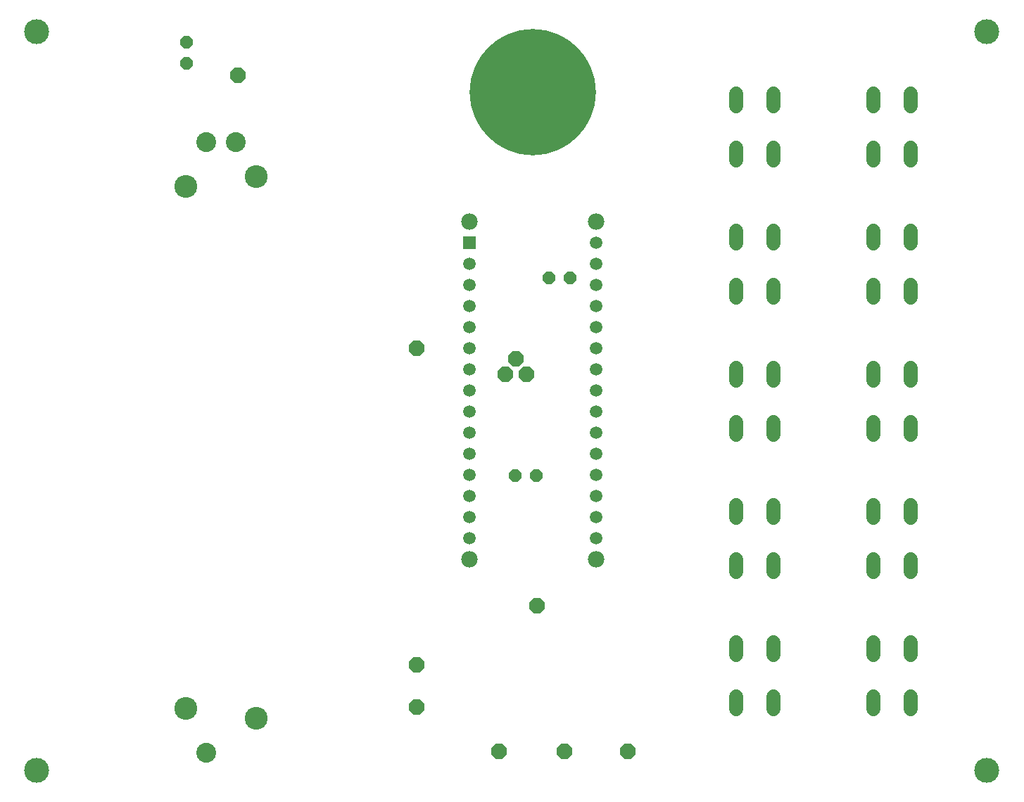
<source format=gbr>
G04 EAGLE Gerber RS-274X export*
G75*
%MOMM*%
%FSLAX34Y34*%
%LPD*%
%INSoldermask Bottom*%
%IPPOS*%
%AMOC8*
5,1,8,0,0,1.08239X$1,22.5*%
G01*
%ADD10C,15.203200*%
%ADD11C,1.981200*%
%ADD12R,1.511200X1.511200*%
%ADD13C,1.511200*%
%ADD14P,1.951982X8X202.500000*%
%ADD15P,1.649562X8X292.500000*%
%ADD16P,1.951982X8X292.500000*%
%ADD17P,2.034460X8X22.500000*%
%ADD18P,1.649562X8X202.500000*%
%ADD19C,1.727200*%
%ADD20C,2.753200*%
%ADD21C,2.387600*%
%ADD22P,1.951982X8X22.500000*%
%ADD23C,3.003200*%


D10*
X660000Y880000D03*
D11*
X584200Y723900D03*
D12*
X584200Y698500D03*
D13*
X584200Y673100D03*
X584200Y647700D03*
X584200Y622300D03*
X584200Y596900D03*
X584200Y571500D03*
X584200Y546100D03*
X584200Y520700D03*
X584200Y495300D03*
X584200Y469900D03*
X584200Y444500D03*
X584200Y419100D03*
X584200Y393700D03*
X584200Y368300D03*
X584200Y342900D03*
X736600Y342900D03*
X736600Y368300D03*
X736600Y393700D03*
X736600Y419100D03*
X736600Y444500D03*
X736600Y469900D03*
X736600Y495300D03*
X736600Y520700D03*
X736600Y546100D03*
X736600Y571500D03*
X736600Y596900D03*
X736600Y622300D03*
X736600Y647700D03*
X736600Y673100D03*
X736600Y698500D03*
D11*
X736600Y723900D03*
X736600Y317500D03*
X584200Y317500D03*
D14*
X520700Y190500D03*
X665227Y261557D03*
X698500Y86600D03*
D15*
X243200Y939800D03*
X243200Y914400D03*
D14*
X305000Y900000D03*
X520700Y571500D03*
X774700Y86600D03*
D16*
X520700Y139700D03*
D17*
X652700Y540000D03*
X640000Y559050D03*
X627300Y540000D03*
D18*
X664553Y418667D03*
X639153Y418667D03*
X705066Y656271D03*
X679666Y656271D03*
D19*
X949706Y863092D02*
X949706Y878332D01*
X904494Y878332D02*
X904494Y863092D01*
X949706Y813308D02*
X949706Y798068D01*
X904494Y798068D02*
X904494Y813308D01*
X1114806Y863092D02*
X1114806Y878332D01*
X1069594Y878332D02*
X1069594Y863092D01*
X1114806Y813308D02*
X1114806Y798068D01*
X1069594Y798068D02*
X1069594Y813308D01*
X949706Y217932D02*
X949706Y202692D01*
X904494Y202692D02*
X904494Y217932D01*
X949706Y152908D02*
X949706Y137668D01*
X904494Y137668D02*
X904494Y152908D01*
X1114806Y202692D02*
X1114806Y217932D01*
X1069594Y217932D02*
X1069594Y202692D01*
X1114806Y152908D02*
X1114806Y137668D01*
X1069594Y137668D02*
X1069594Y152908D01*
X949706Y367792D02*
X949706Y383032D01*
X904494Y383032D02*
X904494Y367792D01*
X949706Y318008D02*
X949706Y302768D01*
X904494Y302768D02*
X904494Y318008D01*
X1114806Y367792D02*
X1114806Y383032D01*
X1069594Y383032D02*
X1069594Y367792D01*
X1114806Y318008D02*
X1114806Y302768D01*
X1069594Y302768D02*
X1069594Y318008D01*
X949706Y532892D02*
X949706Y548132D01*
X904494Y548132D02*
X904494Y532892D01*
X949706Y483108D02*
X949706Y467868D01*
X904494Y467868D02*
X904494Y483108D01*
X1114806Y532892D02*
X1114806Y548132D01*
X1069594Y548132D02*
X1069594Y532892D01*
X1114806Y483108D02*
X1114806Y467868D01*
X1069594Y467868D02*
X1069594Y483108D01*
X949706Y697992D02*
X949706Y713232D01*
X904494Y713232D02*
X904494Y697992D01*
X949706Y648208D02*
X949706Y632968D01*
X904494Y632968D02*
X904494Y648208D01*
X1114806Y697992D02*
X1114806Y713232D01*
X1069594Y713232D02*
X1069594Y697992D01*
X1114806Y648208D02*
X1114806Y632968D01*
X1069594Y632968D02*
X1069594Y648208D01*
D20*
X243000Y766400D03*
X243000Y138363D03*
X327000Y778400D03*
X327000Y126363D03*
D21*
X267500Y84863D03*
X267500Y819900D03*
X302500Y819900D03*
D22*
X619728Y86170D03*
D23*
X63500Y952500D03*
X63500Y63500D03*
X1206500Y952500D03*
X1206500Y63500D03*
M02*

</source>
